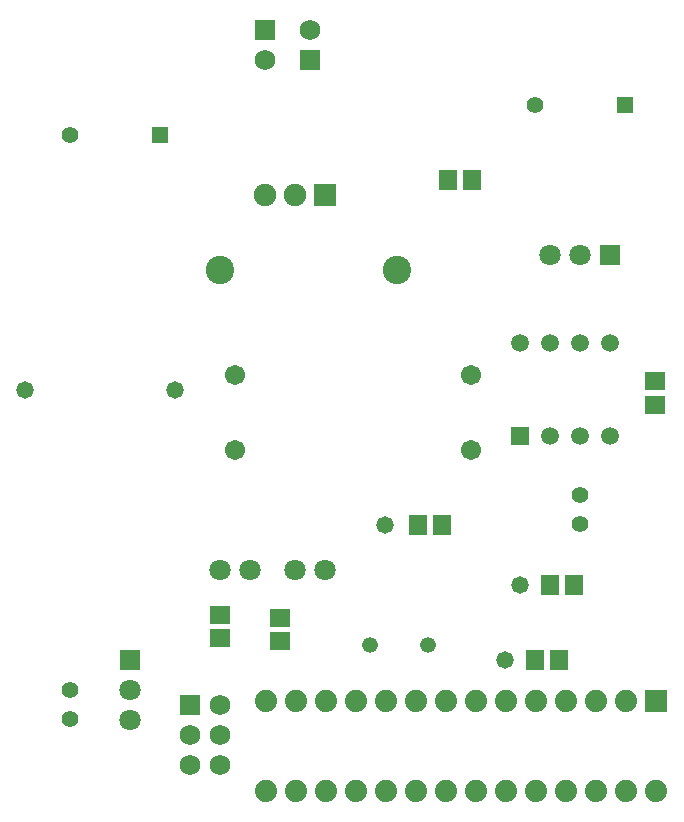
<source format=gts>
G04*
G04 #@! TF.GenerationSoftware,Altium Limited,Altium Designer,19.1.7 (138)*
G04*
G04 Layer_Color=8388736*
%FSLAX25Y25*%
%MOIN*%
G70*
G01*
G75*
%ADD18R,0.06312X0.06706*%
%ADD19R,0.06706X0.06312*%
%ADD20C,0.07099*%
%ADD21R,0.07099X0.07099*%
%ADD22R,0.07099X0.07099*%
%ADD23C,0.05524*%
%ADD24R,0.07493X0.07493*%
%ADD25C,0.07493*%
%ADD26C,0.06706*%
%ADD27C,0.07099*%
%ADD28C,0.09461*%
%ADD29C,0.05249*%
%ADD30R,0.05524X0.05524*%
%ADD31C,0.05950*%
%ADD32R,0.05950X0.05950*%
%ADD33R,0.06800X0.06800*%
%ADD34C,0.06800*%
%ADD35C,0.05800*%
%ADD36C,0.07400*%
%ADD37R,0.07400X0.07400*%
D18*
X158937Y105000D02*
D03*
X151063D02*
D03*
X161063Y220000D02*
D03*
X168937D02*
D03*
X197874Y60000D02*
D03*
X190000D02*
D03*
X195000Y85000D02*
D03*
X202874D02*
D03*
D19*
X105000Y73937D02*
D03*
Y66063D02*
D03*
X85000Y75000D02*
D03*
Y67126D02*
D03*
X230000Y152874D02*
D03*
Y145000D02*
D03*
D20*
X55000Y40000D02*
D03*
Y50000D02*
D03*
X195000Y195000D02*
D03*
X205000D02*
D03*
D21*
X55000Y60000D02*
D03*
D22*
X215000Y195000D02*
D03*
D23*
X35000Y50000D02*
D03*
Y40157D02*
D03*
X205000Y105157D02*
D03*
Y115000D02*
D03*
X190000Y245000D02*
D03*
X35000Y235000D02*
D03*
D24*
X120000Y215000D02*
D03*
D25*
X110000D02*
D03*
X100000D02*
D03*
D26*
X90000Y155000D02*
D03*
X168740D02*
D03*
Y130000D02*
D03*
X90000D02*
D03*
D27*
X120000Y90000D02*
D03*
X110000D02*
D03*
X95000D02*
D03*
X85000D02*
D03*
D28*
Y190000D02*
D03*
X144055D02*
D03*
D29*
X135000Y65000D02*
D03*
X154213D02*
D03*
D30*
X220000Y245000D02*
D03*
X65000Y235000D02*
D03*
D31*
X195000Y165492D02*
D03*
X205000D02*
D03*
X185000D02*
D03*
X215000D02*
D03*
Y134508D02*
D03*
X195000D02*
D03*
X205000D02*
D03*
D32*
X185000D02*
D03*
D33*
X100000Y270000D02*
D03*
X115000Y260000D02*
D03*
X75000Y45000D02*
D03*
D34*
X100000Y260000D02*
D03*
X115000Y270000D02*
D03*
X75000Y35000D02*
D03*
Y25000D02*
D03*
X85000D02*
D03*
Y35000D02*
D03*
Y45000D02*
D03*
D35*
X70000Y150000D02*
D03*
X20000D02*
D03*
X140000Y105000D02*
D03*
X185000Y85000D02*
D03*
X180000Y60000D02*
D03*
D36*
X230500Y16063D02*
D03*
X220500D02*
D03*
X210500D02*
D03*
X200500D02*
D03*
X190500D02*
D03*
X180500D02*
D03*
X170500D02*
D03*
X160500D02*
D03*
X150500D02*
D03*
X140500D02*
D03*
X130500D02*
D03*
X120500D02*
D03*
X110500D02*
D03*
X100500D02*
D03*
Y46063D02*
D03*
X110500D02*
D03*
X120500D02*
D03*
X130500D02*
D03*
X140500D02*
D03*
X150500D02*
D03*
X160500D02*
D03*
X170500D02*
D03*
X180500D02*
D03*
X190500D02*
D03*
X200500D02*
D03*
X210500D02*
D03*
X220500D02*
D03*
D37*
X230500D02*
D03*
M02*

</source>
